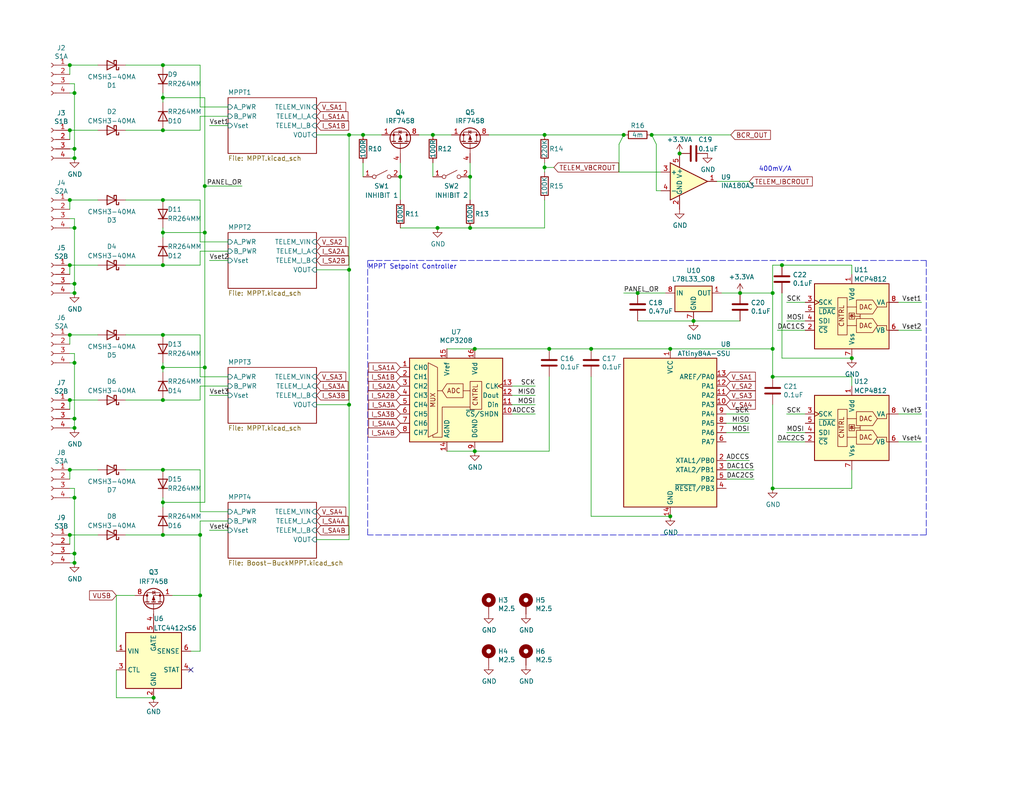
<source format=kicad_sch>
(kicad_sch (version 20211123) (generator eeschema)
  (paper "USLetter")
  (title_block (title "TJ Custom EPS") (rev "0.1") (company "TJHSST Nanosatellite Club") (comment 1 "Solar Conditioning Master Sheet") (comment 2 "Conditions solar power using MPPT tracking buck converters") (comment 3 "Reads telemetry from solar panels, and uses a microcontroller to tune MPPT") (comment 4 "Engineer: Alan Hsu"))
  (lib_symbols
    (symbol "Amplifier_Current:INA138" (pin_names (offset 0.127))
      (property "Reference" "U" (at 3.81 5.08 0))
      (property "Value" "INA138" (at 3.81 2.54 0))
      (symbol "INA138_0_1"
        (polyline (pts (xy -5.08 5.08) (xy 5.08 0) (xy -5.08 -5.08) (xy -5.08 5.08)) (stroke (width 0.254)) (fill (type background)))
      )
      (symbol "INA138_1_1"
        (pin output line (at 7.62 0 180) (length 2.54) (name "~") (number "1"))
        (pin power_in line (at -2.54 -7.62 90) (length 3.81) (name "GND") (number "2"))
        (pin input line (at -7.62 2.54 0) (length 2.54) (name "+") (number "3"))
        (pin input line (at -7.62 -2.54 0) (length 2.54) (name "-") (number "4"))
        (pin power_in line (at -2.54 7.62 270) (length 3.81) (name "V+") (number "5"))
      )
    )
    (symbol "Analog_ADC:MCP3208" (pin_names (offset 1.016))
      (property "Reference" "U" (at -5.08 13.335 0))
      (property "Value" "MCP3208" (at -5.08 11.43 0))
      (symbol "MCP3208_0_0"
        (text "ADC" (at -0.635 1.27 0) (effects (font (size 1.27 1.27))))
        (text "CNTRL" (at 5.969 -2.921 900) (effects (font (size 1.27 1.27)) (justify left bottom)))
        (text "MUX" (at -6.35 -1.27 900) (effects (font (size 1.27 1.27))))
      )
      (symbol "MCP3208_0_1"
        (polyline (pts (xy -3.81 1.27) (xy -5.08 1.27)))
        (polyline (pts (xy 1.905 1.27) (xy 3.81 1.27)))
        (polyline (pts (xy -7.62 8.89) (xy -7.62 -11.43) (xy -5.08 -10.16) (xy -5.08 7.62) (xy -7.62 8.89)))
        (polyline (pts (xy 3.81 -3.175) (xy -3.81 -3.175) (xy -3.81 -11.43) (xy -6.35 -11.43) (xy -6.35 -10.795)))
        (polyline (pts (xy 1.905 3.175) (xy 1.905 -0.635) (xy -2.54 -0.635) (xy -3.81 1.27) (xy -2.54 3.175) (xy 1.905 3.175)))
        (rectangle (start 3.81 -3.81) (end 6.985 3.81))
        (rectangle (start 12.7 -12.7) (end -12.7 10.16) (stroke (width 0.254)) (fill (type background)))
      )
      (symbol "MCP3208_1_1"
        (pin input line (at -15.24 7.62 0) (length 2.54) (name "CH0") (number "1"))
        (pin input line (at 15.24 -5.08 180) (length 2.54) (name "~{CS}/SHDN") (number "10"))
        (pin input line (at 15.24 -2.54 180) (length 2.54) (name "Din") (number "11"))
        (pin output line (at 15.24 0 180) (length 2.54) (name "Dout") (number "12"))
        (pin input clock (at 15.24 2.54 180) (length 2.54) (name "CLK") (number "13"))
        (pin power_in line (at -2.54 -15.24 90) (length 2.54) (name "AGND") (number "14"))
        (pin power_in line (at -2.54 12.7 270) (length 2.54) (name "Vref") (number "15"))
        (pin power_in line (at 5.08 12.7 270) (length 2.54) (name "Vdd") (number "16"))
        (pin input line (at -15.24 5.08 0) (length 2.54) (name "CH1") (number "2"))
        (pin input line (at -15.24 2.54 0) (length 2.54) (name "CH2") (number "3"))
        (pin input line (at -15.24 0 0) (length 2.54) (name "CH3") (number "4"))
        (pin input line (at -15.24 -2.54 0) (length 2.54) (name "CH4") (number "5"))
        (pin input line (at -15.24 -5.08 0) (length 2.54) (name "CH5") (number "6"))
        (pin input line (at -15.24 -7.62 0) (length 2.54) (name "CH6") (number "7"))
        (pin input line (at -15.24 -10.16 0) (length 2.54) (name "CH7") (number "8"))
        (pin power_in line (at 5.08 -15.24 90) (length 2.54) (name "DGND") (number "9"))
      )
    )
    (symbol "Analog_DAC:MCP4812" (pin_names (offset 1.016))
      (property "Reference" "U" (at -2.54 10.795 0))
      (property "Value" "MCP4812" (at -2.54 8.89 0))
      (symbol "MCP4812_0_0"
        (polyline (pts (xy 0 -1.778) (xy 0 -0.635)))
        (polyline (pts (xy 0.381 -0.889) (xy 0.508 -0.762)))
        (polyline (pts (xy 2.286 -1.143) (xy 2.286 -1.905)))
        (polyline (pts (xy 0.381 -0.889) (xy -0.381 -0.889) (xy -0.508 -1.016)))
        (polyline (pts (xy 0.762 -1.27) (xy 2.286 -1.27) (xy 2.286 -0.762)))
        (polyline (pts (xy 0 -0.889) (xy 0.508 -1.397) (xy -0.508 -1.397) (xy 0 -0.889)))
        (polyline (pts (xy 6.985 -3.81) (xy 9.525 -3.81) (xy 9.525 -5.08) (xy 10.16 -5.08)))
        (polyline (pts (xy 6.985 1.27) (xy 9.525 1.27) (xy 9.525 2.54) (xy 10.16 2.54)))
        (rectangle (start 0.762 -0.381) (end -0.762 -2.032))
        (text "CNTRL" (at -2.032 -4.191 900) (effects (font (size 1.27 1.27)) (justify left bottom)))
        (text "DAC" (at 3.81 -3.81 0) (effects (font (size 1.27 1.27))))
        (text "DAC" (at 3.81 1.27 0) (effects (font (size 1.27 1.27))))
      )
      (symbol "MCP4812_0_1"
        (rectangle (start -10.16 7.62) (end 10.16 -10.16) (stroke (width 0.254)) (fill (type background)))
        (rectangle (start -1.27 -6.35) (end -3.81 3.81))
        (polyline (pts (xy 1.27 -3.81) (xy -1.27 -3.81)))
        (polyline (pts (xy 1.27 1.27) (xy -1.27 1.27)))
        (polyline (pts (xy 6.985 -3.81) (xy 5.715 -1.905) (xy 1.27 -1.905) (xy 1.27 -5.715) (xy 5.715 -5.715) (xy 6.985 -3.81)))
        (polyline (pts (xy 6.985 1.27) (xy 5.715 3.175) (xy 1.27 3.175) (xy 1.27 -0.635) (xy 5.715 -0.635) (xy 6.985 1.27)))
      )
      (symbol "MCP4812_1_1"
        (pin power_in line (at 0 10.16 270) (length 2.54) (name "Vdd") (number "1"))
        (pin input line (at -12.7 -5.08 0) (length 2.54) (name "~{CS}") (number "2"))
        (pin input clock (at -12.7 2.54 0) (length 2.54) (name "SCK") (number "3"))
        (pin input line (at -12.7 -2.54 0) (length 2.54) (name "SDI") (number "4"))
        (pin input line (at -12.7 0 0) (length 2.54) (name "~{LDAC}") (number "5"))
        (pin output line (at 12.7 -5.08 180) (length 2.54) (name "VB") (number "6"))
        (pin power_in line (at 0 -12.7 90) (length 2.54) (name "Vss") (number "7"))
        (pin output line (at 12.7 2.54 180) (length 2.54) (name "VA") (number "8"))
      )
    )
    (symbol "Connector:Conn_01x04_Female" (pin_names (offset 1.016) hide)
      (property "Reference" "J" (at 0 5.08 0))
      (property "Value" "Conn_01x04_Female" (at 0 -7.62 0))
      (symbol "Conn_01x04_Female_1_1"
        (arc (start 0 -4.572) (mid -0.508 -5.08) (end 0 -5.588) (stroke (width 0.1524)))
        (arc (start 0 -2.032) (mid -0.508 -2.54) (end 0 -3.048) (stroke (width 0.1524)))
        (polyline (pts (xy -1.27 -5.08) (xy -0.508 -5.08)) (stroke (width 0.1524)))
        (polyline (pts (xy -1.27 -2.54) (xy -0.508 -2.54)) (stroke (width 0.1524)))
        (polyline (pts (xy -1.27 0) (xy -0.508 0)) (stroke (width 0.1524)))
        (polyline (pts (xy -1.27 2.54) (xy -0.508 2.54)) (stroke (width 0.1524)))
        (arc (start 0 0.508) (mid -0.508 0) (end 0 -0.508) (stroke (width 0.1524)))
        (arc (start 0 3.048) (mid -0.508 2.54) (end 0 2.032) (stroke (width 0.1524)))
        (pin passive line (at -5.08 2.54 0) (length 3.81) (name "Pin_1") (number "1"))
        (pin passive line (at -5.08 0 0) (length 3.81) (name "Pin_2") (number "2"))
        (pin passive line (at -5.08 -2.54 0) (length 3.81) (name "Pin_3") (number "3"))
        (pin passive line (at -5.08 -5.08 0) (length 3.81) (name "Pin_4") (number "4"))
      )
    )
    (symbol "Device:C" (pin_numbers hide) (pin_names (offset 0.254))
      (property "Reference" "C" (at 0.635 2.54 0))
      (property "Value" "C" (at 0.635 -2.54 0))
      (symbol "C_0_1"
        (polyline (pts (xy -2.032 -0.762) (xy 2.032 -0.762)) (stroke (width 0.508)))
        (polyline (pts (xy -2.032 0.762) (xy 2.032 0.762)) (stroke (width 0.508)))
      )
      (symbol "C_1_1"
        (pin passive line (at 0 3.81 270) (length 2.794) (name "~") (number "1"))
        (pin passive line (at 0 -3.81 90) (length 2.794) (name "~") (number "2"))
      )
    )
    (symbol "Device:D" (pin_numbers hide) (pin_names (offset 1.016) hide)
      (property "Reference" "D" (at 0 2.54 0))
      (property "Value" "D" (at 0 -2.54 0))
      (symbol "D_0_1"
        (polyline (pts (xy -1.27 1.27) (xy -1.27 -1.27)) (stroke (width 0.254)))
        (polyline (pts (xy 1.27 0) (xy -1.27 0)))
        (polyline (pts (xy 1.27 1.27) (xy 1.27 -1.27) (xy -1.27 0) (xy 1.27 1.27)) (stroke (width 0.254)))
      )
      (symbol "D_1_1"
        (pin passive line (at -3.81 0 0) (length 2.54) (name "K") (number "1"))
        (pin passive line (at 3.81 0 180) (length 2.54) (name "A") (number "2"))
      )
    )
    (symbol "Device:D_Schottky" (pin_numbers hide) (pin_names (offset 1.016) hide)
      (property "Reference" "D" (at 0 2.54 0))
      (property "Value" "D_Schottky" (at 0 -2.54 0))
      (symbol "D_Schottky_0_1"
        (polyline (pts (xy 1.27 0) (xy -1.27 0)))
        (polyline (pts (xy 1.27 1.27) (xy 1.27 -1.27) (xy -1.27 0) (xy 1.27 1.27)) (stroke (width 0.254)))
        (polyline (pts (xy -1.905 0.635) (xy -1.905 1.27) (xy -1.27 1.27) (xy -1.27 -1.27) (xy -0.635 -1.27) (xy -0.635 -0.635)) (stroke (width 0.254)))
      )
      (symbol "D_Schottky_1_1"
        (pin passive line (at -3.81 0 0) (length 2.54) (name "K") (number "1"))
        (pin passive line (at 3.81 0 180) (length 2.54) (name "A") (number "2"))
      )
    )
    (symbol "Device:R" (pin_numbers hide) (pin_names (offset 0))
      (property "Reference" "R" (at 2.032 0 90))
      (property "Value" "R" (at 0 0 90))
      (symbol "R_0_1"
        (rectangle (start -1.016 -2.54) (end 1.016 2.54) (stroke (width 0.254)))
      )
      (symbol "R_1_1"
        (pin passive line (at 0 3.81 270) (length 1.27) (name "~") (number "1"))
        (pin passive line (at 0 -3.81 90) (length 1.27) (name "~") (number "2"))
      )
    )
    (symbol "Mechanical:MountingHole_Pad" (pin_numbers hide) (pin_names (offset 1.016) hide)
      (property "Reference" "H" (at 0 6.35 0))
      (property "Value" "MountingHole_Pad" (at 0 4.445 0))
      (symbol "MountingHole_Pad_0_1"
        (circle (center 0 1.27) (radius 1.27) (stroke (width 1.27)))
      )
      (symbol "MountingHole_Pad_1_1"
        (pin input line (at 0 -2.54 90) (length 2.54) (name "1") (number "1"))
      )
    )
    (symbol "Power_Management:LTC4412xS6"
      (property "Reference" "U" (at -6.35 8.89 0))
      (property "Value" "LTC4412xS6" (at 6.35 8.89 0))
      (symbol "LTC4412xS6_0_1"
        (rectangle (start -7.62 7.62) (end 7.62 -7.62) (stroke (width 0.254)) (fill (type background)))
      )
      (symbol "LTC4412xS6_1_1"
        (pin power_in line (at -10.16 2.54 0) (length 2.54) (name "VIN") (number "1"))
        (pin power_in line (at 0 -10.16 90) (length 2.54) (name "GND") (number "2"))
        (pin input line (at -10.16 -2.54 0) (length 2.54) (name "CTL") (number "3"))
        (pin open_collector line (at 10.16 -2.54 180) (length 2.54) (name "STAT") (number "4"))
        (pin output line (at 0 10.16 270) (length 2.54) (name "GATE") (number "5"))
        (pin input line (at 10.16 2.54 180) (length 2.54) (name "SENSE") (number "6"))
      )
    )
    (symbol "Regulator_Linear:L78L33_SO8" (pin_names (offset 0.254))
      (property "Reference" "U" (at -3.81 3.175 0))
      (property "Value" "L78L33_SO8" (at 0 3.175 0))
      (symbol "L78L33_SO8_0_1"
        (rectangle (start -5.08 1.905) (end 5.08 -5.08) (stroke (width 0.254)) (fill (type background)))
      )
      (symbol "L78L33_SO8_1_1"
        (pin power_out line (at 7.62 0 180) (length 2.54) (name "OUT") (number "1"))
        (pin passive line (at 0 -7.62 90) (length 2.54) hide (name "GND") (number "2"))
        (pin passive line (at 0 -7.62 90) (length 2.54) hide (name "GND") (number "3"))
        (pin no_connect line (at -5.08 -2.54 0) (length 2.54) hide (name "NC") (number "4"))
        (pin no_connect line (at 5.08 -2.54 180) (length 2.54) hide (name "NC") (number "5"))
        (pin passive line (at 0 -7.62 90) (length 2.54) hide (name "GND") (number "6"))
        (pin power_in line (at 0 -7.62 90) (length 2.54) (name "GND") (number "7"))
        (pin power_in line (at -7.62 0 0) (length 2.54) (name "IN") (number "8"))
      )
    )
    (symbol "Switch:SW_SPST" (pin_names (offset 0) hide)
      (property "Reference" "SW" (at 0 3.175 0))
      (property "Value" "SW_SPST" (at 0 -2.54 0))
      (symbol "SW_SPST_0_0"
        (circle (center -2.032 0) (radius 0.508))
        (polyline (pts (xy -1.524 0.254) (xy 1.524 1.778)))
        (circle (center 2.032 0) (radius 0.508))
      )
      (symbol "SW_SPST_1_1"
        (pin passive line (at -5.08 0 0) (length 2.54) (name "A") (number "1"))
        (pin passive line (at 5.08 0 180) (length 2.54) (name "B") (number "2"))
      )
    )
    (symbol "TJ-EPS-rescue:ATtiny84A-SSU-MCU_Microchip_ATtiny"
      (property "Reference" "U" (at -12.7 21.59 0))
      (property "Value" "ATtiny84A-SSU-MCU_Microchip_ATtiny" (at 2.54 -21.59 0))
      (symbol "ATtiny84A-SSU-MCU_Microchip_ATtiny_0_1"
        (rectangle (start -12.7 -20.32) (end 12.7 20.32) (stroke (width 0.254)) (fill (type background)))
      )
      (symbol "ATtiny84A-SSU-MCU_Microchip_ATtiny_1_1"
        (pin power_in line (at 0 22.86 270) (length 2.54) (name "VCC") (number "1"))
        (pin bidirectional line (at 15.24 7.62 180) (length 2.54) (name "PA3") (number "10"))
        (pin bidirectional line (at 15.24 10.16 180) (length 2.54) (name "PA2") (number "11"))
        (pin bidirectional line (at 15.24 12.7 180) (length 2.54) (name "PA1") (number "12"))
        (pin bidirectional line (at 15.24 15.24 180) (length 2.54) (name "AREF/PA0") (number "13"))
        (pin power_in line (at 0 -22.86 90) (length 2.54) (name "GND") (number "14"))
        (pin bidirectional line (at 15.24 -7.62 180) (length 2.54) (name "XTAL1/PB0") (number "2"))
        (pin bidirectional line (at 15.24 -10.16 180) (length 2.54) (name "XTAL2/PB1") (number "3"))
        (pin bidirectional line (at 15.24 -15.24 180) (length 2.54) (name "~{RESET}/PB3") (number "4"))
        (pin bidirectional line (at 15.24 -12.7 180) (length 2.54) (name "PB2") (number "5"))
        (pin bidirectional line (at 15.24 -2.54 180) (length 2.54) (name "PA7") (number "6"))
        (pin bidirectional line (at 15.24 0 180) (length 2.54) (name "PA6") (number "7"))
        (pin bidirectional line (at 15.24 2.54 180) (length 2.54) (name "PA5") (number "8"))
        (pin bidirectional line (at 15.24 5.08 180) (length 2.54) (name "PA4") (number "9"))
      )
    )
    (symbol "Transistor_FET:IRF7404" (pin_names hide)
      (property "Reference" "Q" (at 5.08 1.905 0))
      (property "Value" "IRF7404" (at 5.08 0 0))
      (symbol "IRF7404_0_1"
        (polyline (pts (xy 0.254 0) (xy -2.54 0)))
        (polyline (pts (xy 0.254 1.905) (xy 0.254 -1.905)) (stroke (width 0.254)))
        (polyline (pts (xy 0.762 -1.27) (xy 0.762 -2.286)) (stroke (width 0.254)))
        (polyline (pts (xy 0.762 0.508) (xy 0.762 -0.508)) (stroke (width 0.254)))
        (polyline (pts (xy 0.762 2.286) (xy 0.762 1.27)) (stroke (width 0.254)))
        (polyline (pts (xy 2.54 2.54) (xy 2.54 1.778)))
        (polyline (pts (xy 2.54 -2.54) (xy 2.54 0) (xy 0.762 0)))
        (polyline (pts (xy 0.762 1.778) (xy 3.302 1.778) (xy 3.302 -1.778) (xy 0.762 -1.778)))
        (polyline (pts (xy 2.286 0) (xy 1.27 0.381) (xy 1.27 -0.381) (xy 2.286 0)) (fill (type outline)))
        (polyline (pts (xy 2.794 -0.508) (xy 2.921 -0.381) (xy 3.683 -0.381) (xy 3.81 -0.254)))
        (polyline (pts (xy 3.302 -0.381) (xy 2.921 0.254) (xy 3.683 0.254) (xy 3.302 -0.381)))
        (circle (center 1.651 0) (radius 2.794) (stroke (width 0.254)))
        (circle (center 2.54 -1.778) (radius 0.254) (fill (type outline)))
        (circle (center 2.54 1.778) (radius 0.254) (fill (type outline)))
      )
      (symbol "IRF7404_1_1"
        (pin passive line (at 2.54 -5.08 90) (length 2.54) (name "S") (number "1"))
        (pin passive line (at 2.54 -5.08 90) (length 2.54) hide (name "S") (number "2"))
        (pin passive line (at 2.54 -5.08 90) (length 2.54) hide (name "S") (number "3"))
        (pin passive line (at -5.08 0 0) (length 2.54) (name "G") (number "4"))
        (pin passive line (at 2.54 5.08 270) (length 2.54) hide (name "D") (number "5"))
        (pin passive line (at 2.54 5.08 270) (length 2.54) hide (name "D") (number "6"))
        (pin passive line (at 2.54 5.08 270) (length 2.54) hide (name "D") (number "7"))
        (pin passive line (at 2.54 5.08 270) (length 2.54) (name "D") (number "8"))
      )
    )
    (symbol "power:+3.3VA" (power) (pin_names (offset 0))
      (property "Value" "+3.3VA" (at 0 3.556 0))
      (symbol "+3.3VA_0_1"
        (polyline (pts (xy -0.762 1.27) (xy 0 2.54)))
        (polyline (pts (xy 0 0) (xy 0 2.54)))
        (polyline (pts (xy 0 2.54) (xy 0.762 1.27)))
      )
      (symbol "+3.3VA_1_1"
        (pin power_in line (at 0 0 90) (length 0) hide (name "+3.3VA") (number "1"))
      )
    )
    (symbol "power:GND" (power) (pin_names (offset 0))
      (property "Value" "GND" (at 0 -3.81 0))
      (symbol "GND_0_1"
        (polyline (pts (xy 0 0) (xy 0 -1.27) (xy 1.27 -1.27) (xy 0 -2.54) (xy -1.27 -1.27) (xy 0 -1.27)))
      )
      (symbol "GND_1_1"
        (pin power_in line (at 0 0 270) (length 0) hide (name "GND") (number "1"))
      )
    )
  )
  (junction (at 148.59 36.83))
  (junction (at 182.88 95.25))
  (junction (at 149.86 95.25))
  (junction (at 109.22 48.26))
  (junction (at 41.91 190.5))
  (junction (at 20.32 151.13))
  (junction (at 44.45 100.33))
  (junction (at 44.45 128.27))
  (junction (at 170.18 36.83))
  (junction (at 95.25 36.83))
  (junction (at 44.45 35.56))
  (junction (at 19.05 17.78))
  (junction (at 44.45 91.44))
  (junction (at 20.32 99.06))
  (junction (at 20.32 43.18))
  (junction (at 44.45 146.05))
  (junction (at 210.82 95.25))
  (junction (at 119.38 62.23))
  (junction (at 44.45 137.16))
  (junction (at 177.8 36.83))
  (junction (at 128.27 48.26))
  (junction (at 161.29 95.25))
  (junction (at 19.05 54.61))
  (junction (at 20.32 80.01))
  (junction (at 232.41 97.79))
  (junction (at 189.23 87.63))
  (junction (at 210.82 102.87))
  (junction (at 44.45 26.67))
  (junction (at 44.45 72.39))
  (junction (at 19.05 35.56))
  (junction (at 182.88 140.97))
  (junction (at 129.54 95.25))
  (junction (at 20.32 153.67))
  (junction (at 99.06 36.83))
  (junction (at 55.88 50.8))
  (junction (at 20.32 77.47))
  (junction (at 185.42 41.91))
  (junction (at 19.05 128.27))
  (junction (at 20.32 62.23))
  (junction (at 55.88 100.33))
  (junction (at 210.82 80.01))
  (junction (at 129.54 123.19))
  (junction (at 213.36 72.39))
  (junction (at 201.93 80.01))
  (junction (at 19.05 109.22))
  (junction (at 118.11 36.83))
  (junction (at 20.32 114.3))
  (junction (at 20.32 40.64))
  (junction (at 210.82 133.35))
  (junction (at 19.05 72.39))
  (junction (at 128.27 62.23))
  (junction (at 148.59 45.72))
  (junction (at 20.32 116.84))
  (junction (at 95.25 110.49))
  (junction (at 95.25 73.66))
  (junction (at 55.88 63.5))
  (junction (at 44.45 17.78))
  (junction (at 54.61 146.05))
  (junction (at 44.45 63.5))
  (junction (at 173.99 80.01))
  (junction (at 44.45 54.61))
  (junction (at 19.05 91.44))
  (junction (at 44.45 109.22))
  (junction (at 19.05 146.05))
  (junction (at 20.32 25.4))
  (junction (at 20.32 135.89))
  (junction (at 54.61 162.56))
  (no_connect (at 52.07 182.88))
  (wire (pts (xy 210.82 102.87) (xy 232.41 102.87)))
  (wire (pts (xy 95.25 36.83) (xy 95.25 73.66)))
  (wire (pts (xy 31.75 182.88) (xy 31.75 190.5)))
  (wire (pts (xy 213.36 80.01) (xy 213.36 97.79)))
  (wire (pts (xy 44.45 72.39) (xy 54.61 72.39)))
  (wire (pts (xy 19.05 135.89) (xy 20.32 135.89)))
  (wire (pts (xy 20.32 114.3) (xy 20.32 116.84)))
  (wire (pts (xy 44.45 62.23) (xy 44.45 63.5)))
  (wire (pts (xy 161.29 95.25) (xy 149.86 95.25)))
  (polyline (pts (xy 252.73 71.12) (xy 252.73 146.05)))
  (wire (pts (xy 44.45 91.44) (xy 54.61 91.44)))
  (wire (pts (xy 54.61 105.41) (xy 62.23 105.41)))
  (wire (pts (xy 54.61 142.24) (xy 54.61 146.05)))
  (wire (pts (xy 55.88 100.33) (xy 55.88 137.16)))
  (wire (pts (xy 99.06 36.83) (xy 104.14 36.83)))
  (wire (pts (xy 46.99 162.56) (xy 54.61 162.56)))
  (wire (pts (xy 55.88 50.8) (xy 55.88 63.5)))
  (wire (pts (xy 34.29 109.22) (xy 44.45 109.22)))
  (wire (pts (xy 54.61 68.58) (xy 62.23 68.58)))
  (wire (pts (xy 19.05 72.39) (xy 26.67 72.39)))
  (wire (pts (xy 95.25 73.66) (xy 95.25 110.49)))
  (wire (pts (xy 151.13 45.72) (xy 148.59 45.72)))
  (wire (pts (xy 189.23 87.63) (xy 173.99 87.63)))
  (wire (pts (xy 31.75 177.8) (xy 31.75 162.56)))
  (wire (pts (xy 44.45 63.5) (xy 44.45 64.77)))
  (wire (pts (xy 44.45 99.06) (xy 44.45 100.33)))
  (wire (pts (xy 232.41 105.41) (xy 232.41 102.87)))
  (wire (pts (xy 20.32 135.89) (xy 20.32 133.35)))
  (wire (pts (xy 213.36 72.39) (xy 232.41 72.39)))
  (wire (pts (xy 219.71 87.63) (xy 214.63 87.63)))
  (wire (pts (xy 201.93 80.01) (xy 210.82 80.01)))
  (wire (pts (xy 86.36 147.32) (xy 95.25 147.32)))
  (wire (pts (xy 86.36 73.66) (xy 95.25 73.66)))
  (wire (pts (xy 232.41 133.35) (xy 232.41 128.27)))
  (wire (pts (xy 55.88 50.8) (xy 66.04 50.8)))
  (wire (pts (xy 54.61 177.8) (xy 54.61 162.56)))
  (wire (pts (xy 148.59 44.45) (xy 148.59 45.72)))
  (wire (pts (xy 149.86 102.87) (xy 149.86 123.19)))
  (polyline (pts (xy 100.33 71.12) (xy 252.73 71.12)))
  (wire (pts (xy 19.05 35.56) (xy 26.67 35.56)))
  (wire (pts (xy 52.07 177.8) (xy 54.61 177.8)))
  (wire (pts (xy 19.05 151.13) (xy 20.32 151.13)))
  (wire (pts (xy 54.61 146.05) (xy 54.61 162.56)))
  (wire (pts (xy 128.27 62.23) (xy 148.59 62.23)))
  (wire (pts (xy 210.82 72.39) (xy 213.36 72.39)))
  (wire (pts (xy 177.8 36.83) (xy 199.39 36.83)))
  (wire (pts (xy 251.46 82.55) (xy 245.11 82.55)))
  (wire (pts (xy 44.45 135.89) (xy 44.45 137.16)))
  (wire (pts (xy 20.32 80.01) (xy 19.05 80.01)))
  (wire (pts (xy 139.7 105.41) (xy 146.05 105.41)))
  (wire (pts (xy 139.7 110.49) (xy 146.05 110.49)))
  (wire (pts (xy 19.05 54.61) (xy 19.05 57.15)))
  (wire (pts (xy 149.86 123.19) (xy 129.54 123.19)))
  (wire (pts (xy 114.3 36.83) (xy 118.11 36.83)))
  (wire (pts (xy 19.05 109.22) (xy 26.67 109.22)))
  (wire (pts (xy 95.25 36.83) (xy 99.06 36.83)))
  (wire (pts (xy 148.59 36.83) (xy 133.35 36.83)))
  (wire (pts (xy 182.88 95.25) (xy 161.29 95.25)))
  (wire (pts (xy 95.25 110.49) (xy 95.25 147.32)))
  (wire (pts (xy 168.91 46.99) (xy 180.34 46.99)))
  (wire (pts (xy 129.54 95.25) (xy 121.92 95.25)))
  (wire (pts (xy 20.32 99.06) (xy 20.32 96.52)))
  (wire (pts (xy 118.11 44.45) (xy 118.11 48.26)))
  (wire (pts (xy 128.27 44.45) (xy 128.27 48.26)))
  (wire (pts (xy 44.45 63.5) (xy 55.88 63.5)))
  (wire (pts (xy 173.99 80.01) (xy 181.61 80.01)))
  (wire (pts (xy 34.29 17.78) (xy 44.45 17.78)))
  (wire (pts (xy 198.12 130.81) (xy 205.74 130.81)))
  (wire (pts (xy 57.15 144.78) (xy 62.23 144.78)))
  (wire (pts (xy 44.45 100.33) (xy 44.45 101.6)))
  (wire (pts (xy 198.12 128.27) (xy 205.74 128.27)))
  (wire (pts (xy 245.11 90.17) (xy 251.46 90.17)))
  (wire (pts (xy 44.45 146.05) (xy 54.61 146.05)))
  (wire (pts (xy 34.29 128.27) (xy 44.45 128.27)))
  (wire (pts (xy 54.61 54.61) (xy 54.61 66.04)))
  (wire (pts (xy 19.05 17.78) (xy 26.67 17.78)))
  (wire (pts (xy 19.05 148.59) (xy 19.05 146.05)))
  (wire (pts (xy 20.32 62.23) (xy 20.32 59.69)))
  (wire (pts (xy 19.05 17.78) (xy 19.05 20.32)))
  (wire (pts (xy 57.15 71.12) (xy 62.23 71.12)))
  (wire (pts (xy 19.05 109.22) (xy 19.05 111.76)))
  (wire (pts (xy 20.32 25.4) (xy 20.32 22.86)))
  (wire (pts (xy 148.59 62.23) (xy 148.59 54.61)))
  (wire (pts (xy 54.61 139.7) (xy 62.23 139.7)))
  (wire (pts (xy 201.93 80.01) (xy 196.85 80.01)))
  (wire (pts (xy 19.05 35.56) (xy 19.05 38.1)))
  (wire (pts (xy 170.18 36.83) (xy 168.91 39.37)))
  (wire (pts (xy 54.61 91.44) (xy 54.61 102.87)))
  (wire (pts (xy 148.59 45.72) (xy 148.59 46.99)))
  (wire (pts (xy 19.05 54.61) (xy 26.67 54.61)))
  (wire (pts (xy 212.09 90.17) (xy 219.71 90.17)))
  (wire (pts (xy 54.61 31.75) (xy 62.23 31.75)))
  (wire (pts (xy 44.45 54.61) (xy 54.61 54.61)))
  (wire (pts (xy 20.32 114.3) (xy 20.32 99.06)))
  (wire (pts (xy 210.82 95.25) (xy 210.82 102.87)))
  (wire (pts (xy 54.61 109.22) (xy 54.61 105.41)))
  (wire (pts (xy 198.12 115.57) (xy 204.47 115.57)))
  (wire (pts (xy 19.05 77.47) (xy 20.32 77.47)))
  (wire (pts (xy 34.29 54.61) (xy 44.45 54.61)))
  (wire (pts (xy 44.45 137.16) (xy 55.88 137.16)))
  (wire (pts (xy 44.45 35.56) (xy 54.61 35.56)))
  (wire (pts (xy 198.12 118.11) (xy 204.47 118.11)))
  (wire (pts (xy 54.61 72.39) (xy 54.61 68.58)))
  (wire (pts (xy 20.32 135.89) (xy 20.32 151.13)))
  (wire (pts (xy 31.75 190.5) (xy 41.91 190.5)))
  (wire (pts (xy 20.32 133.35) (xy 19.05 133.35)))
  (wire (pts (xy 19.05 91.44) (xy 26.67 91.44)))
  (wire (pts (xy 210.82 110.49) (xy 210.82 133.35)))
  (wire (pts (xy 161.29 102.87) (xy 161.29 140.97)))
  (wire (pts (xy 179.07 52.07) (xy 180.34 52.07)))
  (wire (pts (xy 19.05 62.23) (xy 20.32 62.23)))
  (wire (pts (xy 251.46 113.03) (xy 245.11 113.03)))
  (wire (pts (xy 19.05 99.06) (xy 20.32 99.06)))
  (wire (pts (xy 109.22 62.23) (xy 119.38 62.23)))
  (wire (pts (xy 31.75 162.56) (xy 36.83 162.56)))
  (wire (pts (xy 55.88 63.5) (xy 55.88 100.33)))
  (wire (pts (xy 54.61 29.21) (xy 54.61 17.78)))
  (wire (pts (xy 54.61 102.87) (xy 62.23 102.87)))
  (wire (pts (xy 34.29 72.39) (xy 44.45 72.39)))
  (wire (pts (xy 19.05 72.39) (xy 19.05 74.93)))
  (wire (pts (xy 20.32 77.47) (xy 20.32 62.23)))
  (wire (pts (xy 168.91 39.37) (xy 168.91 46.99)))
  (wire (pts (xy 19.05 130.81) (xy 19.05 128.27)))
  (wire (pts (xy 245.11 120.65) (xy 251.46 120.65)))
  (wire (pts (xy 195.58 49.53) (xy 204.47 49.53)))
  (wire (pts (xy 139.7 107.95) (xy 146.05 107.95)))
  (wire (pts (xy 44.45 26.67) (xy 55.88 26.67)))
  (wire (pts (xy 179.07 39.37) (xy 177.8 36.83)))
  (wire (pts (xy 20.32 40.64) (xy 19.05 40.64)))
  (wire (pts (xy 54.61 66.04) (xy 62.23 66.04)))
  (wire (pts (xy 54.61 128.27) (xy 54.61 139.7)))
  (wire (pts (xy 44.45 17.78) (xy 54.61 17.78)))
  (wire (pts (xy 19.05 43.18) (xy 20.32 43.18)))
  (wire (pts (xy 128.27 48.26) (xy 128.27 54.61)))
  (polyline (pts (xy 100.33 146.05) (xy 100.33 71.12)))
  (wire (pts (xy 109.22 48.26) (xy 109.22 44.45)))
  (wire (pts (xy 20.32 151.13) (xy 20.32 153.67)))
  (wire (pts (xy 44.45 137.16) (xy 44.45 138.43)))
  (wire (pts (xy 219.71 118.11) (xy 214.63 118.11)))
  (polyline (pts (xy 252.73 146.05) (xy 100.33 146.05)))
  (wire (pts (xy 19.05 114.3) (xy 20.32 114.3)))
  (wire (pts (xy 19.05 25.4) (xy 20.32 25.4)))
  (wire (pts (xy 179.07 39.37) (xy 179.07 52.07)))
  (wire (pts (xy 118.11 36.83) (xy 123.19 36.83)))
  (wire (pts (xy 86.36 110.49) (xy 95.25 110.49)))
  (wire (pts (xy 34.29 91.44) (xy 44.45 91.44)))
  (wire (pts (xy 109.22 54.61) (xy 109.22 48.26)))
  (wire (pts (xy 219.71 82.55) (xy 214.63 82.55)))
  (wire (pts (xy 57.15 107.95) (xy 62.23 107.95)))
  (wire (pts (xy 44.45 26.67) (xy 44.45 27.94)))
  (wire (pts (xy 54.61 35.56) (xy 54.61 31.75)))
  (wire (pts (xy 20.32 22.86) (xy 19.05 22.86)))
  (wire (pts (xy 19.05 128.27) (xy 26.67 128.27)))
  (wire (pts (xy 20.32 77.47) (xy 20.32 80.01)))
  (wire (pts (xy 161.29 140.97) (xy 182.88 140.97)))
  (wire (pts (xy 34.29 146.05) (xy 44.45 146.05)))
  (wire (pts (xy 201.93 87.63) (xy 189.23 87.63)))
  (wire (pts (xy 232.41 72.39) (xy 232.41 74.93)))
  (wire (pts (xy 99.06 44.45) (xy 99.06 48.26)))
  (wire (pts (xy 54.61 142.24) (xy 62.23 142.24)))
  (wire (pts (xy 44.45 128.27) (xy 54.61 128.27)))
  (wire (pts (xy 44.45 109.22) (xy 54.61 109.22)))
  (wire (pts (xy 219.71 113.03) (xy 214.63 113.03)))
  (wire (pts (xy 139.7 113.03) (xy 146.05 113.03)))
  (wire (pts (xy 210.82 133.35) (xy 232.41 133.35)))
  (wire (pts (xy 20.32 153.67) (xy 19.05 153.67)))
  (wire (pts (xy 210.82 95.25) (xy 182.88 95.25)))
  (wire (pts (xy 86.36 36.83) (xy 95.25 36.83)))
  (wire (pts (xy 44.45 100.33) (xy 55.88 100.33)))
  (wire (pts (xy 198.12 113.03) (xy 204.47 113.03)))
  (wire (pts (xy 44.45 25.4) (xy 44.45 26.67)))
  (wire (pts (xy 20.32 96.52) (xy 19.05 96.52)))
  (wire (pts (xy 212.09 120.65) (xy 219.71 120.65)))
  (wire (pts (xy 20.32 116.84) (xy 19.05 116.84)))
  (wire (pts (xy 119.38 62.23) (xy 128.27 62.23)))
  (wire (pts (xy 55.88 26.67) (xy 55.88 50.8)))
  (wire (pts (xy 148.59 36.83) (xy 170.18 36.83)))
  (wire (pts (xy 213.36 97.79) (xy 232.41 97.79)))
  (wire (pts (xy 20.32 40.64) (xy 20.32 25.4)))
  (wire (pts (xy 34.29 35.56) (xy 44.45 35.56)))
  (wire (pts (xy 121.92 123.19) (xy 129.54 123.19)))
  (wire (pts (xy 57.15 34.29) (xy 62.23 34.29)))
  (wire (pts (xy 170.18 80.01) (xy 173.99 80.01)))
  (wire (pts (xy 210.82 80.01) (xy 210.82 95.25)))
  (wire (pts (xy 19.05 146.05) (xy 26.67 146.05)))
  (wire (pts (xy 198.12 125.73) (xy 204.47 125.73)))
  (wire (pts (xy 19.05 91.44) (xy 19.05 93.98)))
  (wire (pts (xy 20.32 59.69) (xy 19.05 59.69)))
  (wire (pts (xy 62.23 29.21) (xy 54.61 29.21)))
  (wire (pts (xy 210.82 72.39) (xy 210.82 80.01)))
  (wire (pts (xy 149.86 95.25) (xy 129.54 95.25)))
  (wire (pts (xy 20.32 40.64) (xy 20.32 43.18)))
  (text "MPPT Setpoint Controller" (at 100.33 73.66 0) (effects (font (size 1.27 1.27)) (justify left bottom)))
  (text "400mV/A" (at 207.01 46.99 0) (effects (font (size 1.27 1.27)) (justify left bottom)))
  (label "MOSI" (at 214.63 118.11 0))
  (label "ADCCS" (at 204.47 125.73 180))
  (label "Vset3" (at 57.15 107.95 0))
  (label "MISO" (at 204.47 115.57 180))
  (label "DAC1CS" (at 212.09 90.17 0))
  (label "PANEL_OR" (at 66.04 50.8 180))
  (label "SCK" (at 204.47 113.03 180))
  (label "MISO" (at 146.05 107.95 180))
  (label "PANEL_OR" (at 170.18 80.01 0))
  (label "Vset1" (at 57.15 34.29 0))
  (label "DAC2CS" (at 205.74 130.81 180))
  (label "Vset3" (at 251.46 113.03 180))
  (label "MOSI" (at 214.63 87.63 0))
  (label "SCK" (at 146.05 105.41 180))
  (label "Vset1" (at 251.46 82.55 180))
  (label "Vset4" (at 57.15 144.78 0))
  (label "Vset2" (at 57.15 71.12 0))
  (label "Vset4" (at 251.46 120.65 180))
  (label "MOSI" (at 204.47 118.11 180))
  (label "Vset2" (at 251.46 90.17 180))
  (label "ADCCS" (at 146.05 113.03 180))
  (label "SCK" (at 214.63 82.55 0))
  (label "SCK" (at 214.63 113.03 0))
  (label "DAC2CS" (at 212.09 120.65 0))
  (label "MOSI" (at 146.05 110.49 180))
  (label "DAC1CS" (at 205.74 128.27 180))
  (global_label "V_SA2" (shape input) (at 198.12 105.41 0) (property "Intersheet References" "${INTERSHEET_REFS}" (effects hide)))
  (global_label "V_SA3" (shape input) (at 86.36 102.87 0) (property "Intersheet References" "${INTERSHEET_REFS}" (effects hide)))
  (global_label "I_SA4A" (shape input) (at 86.36 142.24 0) (property "Intersheet References" "${INTERSHEET_REFS}" (effects hide)))
  (global_label "I_SA4B" (shape input) (at 109.22 118.11 180) (property "Intersheet References" "${INTERSHEET_REFS}" (effects hide)))
  (global_label "I_SA3A" (shape input) (at 86.36 105.41 0) (property "Intersheet References" "${INTERSHEET_REFS}" (effects hide)))
  (global_label "V_SA4" (shape input) (at 86.36 139.7 0) (property "Intersheet References" "${INTERSHEET_REFS}" (effects hide)))
  (global_label "BCR_OUT" (shape input) (at 199.39 36.83 0) (property "Intersheet References" "${INTERSHEET_REFS}" (effects hide)))
  (global_label "I_SA1B" (shape input) (at 109.22 102.87 180) (property "Intersheet References" "${INTERSHEET_REFS}" (effects hide)))
  (global_label "V_SA1" (shape input) (at 86.36 29.21 0) (property "Intersheet References" "${INTERSHEET_REFS}" (effects hide)))
  (global_label "I_SA2A" (shape input) (at 109.22 105.41 180) (property "Intersheet References" "${INTERSHEET_REFS}" (effects hide)))
  (global_label "I_SA2B" (shape input) (at 109.22 107.95 180) (property "Intersheet References" "${INTERSHEET_REFS}" (effects hide)))
  (global_label "V_SA2" (shape input) (at 86.36 66.04 0) (property "Intersheet References" "${INTERSHEET_REFS}" (effects hide)))
  (global_label "V_SA1" (shape input) (at 198.12 102.87 0) (property "Intersheet References" "${INTERSHEET_REFS}" (effects hide)))
  (global_label "I_SA4B" (shape input) (at 86.36 144.78 0) (property "Intersheet References" "${INTERSHEET_REFS}" (effects hide)))
  (global_label "I_SA3B" (shape input) (at 109.22 113.03 180) (property "Intersheet References" "${INTERSHEET_REFS}" (effects hide)))
  (global_label "I_SA1A" (shape input) (at 86.36 31.75 0) (property "Intersheet References" "${INTERSHEET_REFS}" (effects hide)))
  (global_label "V_SA3" (shape input) (at 198.12 107.95 0) (property "Intersheet References" "${INTERSHEET_REFS}" (effects hide)))
  (global_label "I_SA3A" (shape input) (at 109.22 110.49 180) (property "Intersheet References" "${INTERSHEET_REFS}" (effects hide)))
  (global_label "I_SA3B" (shape input) (at 86.36 107.95 0) (property "Intersheet References" "${INTERSHEET_REFS}" (effects hide)))
  (global_label "I_SA2B" (shape input) (at 86.36 71.12 0) (property "Intersheet References" "${INTERSHEET_REFS}" (effects hide)))
  (global_label "I_SA4A" (shape input) (at 109.22 115.57 180) (property "Intersheet References" "${INTERSHEET_REFS}" (effects hide)))
  (global_label "TELEM_VBCROUT" (shape input) (at 151.13 45.72 0) (property "Intersheet References" "${INTERSHEET_REFS}" (effects hide)))
  (global_label "VUSB" (shape input) (at 31.75 162.56 180) (property "Intersheet References" "${INTERSHEET_REFS}" (effects hide)))
  (global_label "TELEM_IBCROUT" (shape input) (at 204.47 49.53 0) (property "Intersheet References" "${INTERSHEET_REFS}" (effects hide)))
  (global_label "I_SA1B" (shape input) (at 86.36 34.29 0) (property "Intersheet References" "${INTERSHEET_REFS}" (effects hide)))
  (global_label "I_SA1A" (shape input) (at 109.22 100.33 180) (property "Intersheet References" "${INTERSHEET_REFS}" (effects hide)))
  (global_label "V_SA4" (shape input) (at 198.12 110.49 0) (property "Intersheet References" "${INTERSHEET_REFS}" (effects hide)))
  (global_label "I_SA2A" (shape input) (at 86.36 68.58 0) (property "Intersheet References" "${INTERSHEET_REFS}" (effects hide)))
  (symbol (lib_id "power:GND") (at 20.32 43.18 0) (unit 1)
    (property "Reference" "#PWR031" (effects hide))
    (property "Value" "GND" (at 20.447 47.5742 0))
  )
  (symbol (lib_id "Device:R") (at 148.59 40.64 0) (unit 1)
    (property "Reference" "R14" (at 149.86 40.64 0) (effects (justify left)))
    (property "Value" "220K" (at 148.59 43.18 90) (effects (justify left)))
    (property "Footprint" "Resistor_SMD:R_0805_2012Metric" (effects hide))
  )
  (symbol (lib_id "Device:R") (at 148.59 50.8 0) (unit 1)
    (property "Reference" "R15" (at 149.86 50.8 0) (effects (justify left)))
    (property "Value" "100K" (at 148.59 53.34 90) (effects (justify left)))
    (property "Footprint" "Resistor_SMD:R_0805_2012Metric" (effects hide))
  )
  (symbol (lib_id "power:GND") (at 119.38 62.23 0) (unit 1)
    (property "Reference" "#PWR036" (effects hide))
    (property "Value" "GND" (at 119.507 66.6242 0))
  )
  (symbol (lib_id "Transistor_FET:IRF7404") (at 109.22 39.37 270) (mirror x) (unit 1)
    (property "Reference" "Q4" (at 109.22 30.6832 90))
    (property "Value" "IRF7458" (at 109.22 32.9946 90))
    (property "Footprint" "Package_SO:SOIC-8_3.9x4.9mm_P1.27mm" (effects hide))
    (property "Datasheet" "http://www.infineon.com/dgdl/irf7404.pdf?fileId=5546d462533600a4015355fa2b5b1b9e" (effects hide))
  )
  (symbol (lib_id "Device:R") (at 109.22 58.42 0) (unit 1)
    (property "Reference" "R11" (at 110.49 58.42 0) (effects (justify left)))
    (property "Value" "100K" (at 109.22 58.42 90))
    (property "Footprint" "Resistor_SMD:R_0805_2012Metric" (effects hide))
  )
  (symbol (lib_id "Switch:SW_SPST") (at 104.14 48.26 0) (unit 1)
    (property "Reference" "SW1" (at 104.14 50.8 0))
    (property "Value" "INHIBIT 1" (at 104.14 53.34 0))
    (property "Footprint" "Connector_Hirose:Hirose_DF13-02P-1.25DSA_1x02_P1.25mm_Vertical" (effects hide))
  )
  (symbol (lib_id "Device:R") (at 99.06 40.64 0) (unit 1)
    (property "Reference" "R10" (at 100.33 40.64 0) (effects (justify left)))
    (property "Value" "100R" (at 99.06 40.64 90))
    (property "Footprint" "Resistor_SMD:R_0805_2012Metric" (effects hide))
  )
  (symbol (lib_id "Analog_DAC:MCP4812") (at 232.41 115.57 0) (unit 1)
    (property "Reference" "U12" (at 234.95 104.14 0))
    (property "Value" "MCP4812" (at 237.49 106.68 0))
    (property "Footprint" "Package_SO:MSOP-8_3x3mm_P0.65mm" (effects hide))
    (property "Datasheet" "http://ww1.microchip.com/downloads/en/DeviceDoc/20002249B.pdf" (effects hide))
  )
  (symbol (lib_id "Analog_DAC:MCP4812") (at 232.41 85.09 0) (unit 1)
    (property "Reference" "U11" (at 234.95 73.66 0))
    (property "Value" "MCP4812" (at 237.49 76.2 0))
    (property "Footprint" "Package_SO:MSOP-8_3x3mm_P0.65mm" (effects hide))
    (property "Datasheet" "http://ww1.microchip.com/downloads/en/DeviceDoc/20002249B.pdf" (effects hide))
  )
  (symbol (lib_id "Device:D_Schottky") (at 30.48 17.78 180) (unit 1)
    (property "Reference" "D1" (at 30.48 23.2918 0))
    (property "Value" "CMSH3-40MA" (at 30.48 20.9804 0))
    (property "Footprint" "Diode_SMD:D_SMA" (effects hide))
  )
  (symbol (lib_id "Device:D_Schottky") (at 30.48 35.56 180) (unit 1)
    (property "Reference" "D2" (at 30.48 30.48 0))
    (property "Value" "CMSH3-40MA" (at 30.48 33.02 0))
    (property "Footprint" "Diode_SMD:D_SMA" (effects hide))
  )
  (symbol (lib_id "Device:D_Schottky") (at 30.48 54.61 180) (unit 1)
    (property "Reference" "D3" (at 30.48 60.1218 0))
    (property "Value" "CMSH3-40MA" (at 30.48 57.8104 0))
    (property "Footprint" "Diode_SMD:D_SMA" (effects hide))
  )
  (symbol (lib_id "Device:D_Schottky") (at 30.48 72.39 180) (unit 1)
    (property "Reference" "D4" (at 30.48 67.31 0))
    (property "Value" "CMSH3-40MA" (at 30.48 69.85 0))
    (property "Footprint" "Diode_SMD:D_SMA" (effects hide))
  )
  (symbol (lib_id "TJ-EPS-rescue:ATtiny84A-SSU-MCU_Microchip_ATtiny") (at 182.88 118.11 0) (unit 1)
    (property "Reference" "U8" (at 199.39 93.98 0) (effects (justify right)))
    (property "Value" "ATtiny84A-SSU" (at 199.39 96.52 0) (effects (justify right)))
    (property "Footprint" "Package_SO:SOIC-14_3.9x8.7mm_P1.27mm" (effects hide))
    (property "Datasheet" "http://ww1.microchip.com/downloads/en/DeviceDoc/doc8183.pdf" (effects hide))
  )
  (symbol (lib_id "Analog_ADC:MCP3208") (at 124.46 107.95 0) (unit 1)
    (property "Reference" "U7" (at 124.46 90.6526 0))
    (property "Value" "MCP3208" (at 124.46 92.964 0))
    (property "Footprint" "Package_SO:SO-16_3.9x9.9mm_P1.27mm" (effects hide))
    (property "Datasheet" "http://ww1.microchip.com/downloads/en/DeviceDoc/21298c.pdf" (effects hide))
  )
  (symbol (lib_id "Power_Management:LTC4412xS6") (at 41.91 180.34 0) (unit 1)
    (property "Reference" "U6" (at 41.91 168.91 0) (effects (justify left)))
    (property "Value" "LTC4412xS6" (at 41.91 171.45 0) (effects (justify left)))
    (property "Footprint" "Package_TO_SOT_SMD:TSOT-23-6" (effects hide))
    (property "Datasheet" "https://www.analog.com/media/en/technical-documentation/data-sheets/4412fb.pdf" (effects hide))
  )
  (symbol (lib_id "Mechanical:MountingHole_Pad") (at 133.35 165.1 0) (unit 1)
    (property "Reference" "H3" (at 135.89 163.8554 0) (effects (justify left)))
    (property "Value" "M2.5" (at 135.89 166.1668 0) (effects (justify left)))
    (property "Footprint" "MountingHole:MountingHole_2.7mm_M2.5_DIN965_Pad" (effects hide))
  )
  (symbol (lib_id "power:GND") (at 133.35 167.64 0) (unit 1)
    (property "Reference" "#PWR038" (effects hide))
    (property "Value" "GND" (at 133.477 172.0342 0))
  )
  (symbol (lib_id "Mechanical:MountingHole_Pad") (at 143.51 165.1 0) (unit 1)
    (property "Reference" "H5" (at 146.05 163.8554 0) (effects (justify left)))
    (property "Value" "M2.5" (at 146.05 166.1668 0) (effects (justify left)))
    (property "Footprint" "MountingHole:MountingHole_2.7mm_M2.5_DIN965_Pad" (effects hide))
  )
  (symbol (lib_id "power:GND") (at 143.51 167.64 0) (unit 1)
    (property "Reference" "#PWR040" (effects hide))
    (property "Value" "GND" (at 143.637 172.0342 0))
  )
  (symbol (lib_id "Mechanical:MountingHole_Pad") (at 133.35 179.07 0) (unit 1)
    (property "Reference" "H4" (at 135.89 177.8254 0) (effects (justify left)))
    (property "Value" "M2.5" (at 135.89 180.1368 0) (effects (justify left)))
    (property "Footprint" "MountingHole:MountingHole_2.7mm_M2.5_DIN965_Pad" (effects hide))
  )
  (symbol (lib_id "power:GND") (at 133.35 181.61 0) (unit 1)
    (property "Reference" "#PWR039" (effects hide))
    (property "Value" "GND" (at 133.477 186.0042 0))
  )
  (symbol (lib_id "Mechanical:MountingHole_Pad") (at 143.51 179.07 0) (unit 1)
    (property "Reference" "H6" (at 146.05 177.8254 0) (effects (justify left)))
    (property "Value" "M2.5" (at 146.05 180.1368 0) (effects (justify left)))
    (property "Footprint" "MountingHole:MountingHole_2.7mm_M2.5_DIN965_Pad" (effects hide))
  )
  (symbol (lib_id "power:GND") (at 143.51 181.61 0) (unit 1)
    (property "Reference" "#PWR041" (effects hide))
    (property "Value" "GND" (at 143.637 186.0042 0))
  )
  (symbol (lib_id "Transistor_FET:IRF7404") (at 41.91 165.1 90) (unit 1)
    (property "Reference" "Q3" (at 41.91 156.21 90))
    (property "Value" "IRF7458" (at 41.91 158.75 90))
    (property "Footprint" "Package_SO:SOIC-8_3.9x4.9mm_P1.27mm" (effects hide))
    (property "Datasheet" "http://www.infineon.com/dgdl/irf7404.pdf?fileId=5546d462533600a4015355fa2b5b1b9e" (effects hide))
  )
  (symbol (lib_id "Device:D") (at 44.45 21.59 90) (unit 1)
    (property "Reference" "D9" (at 45.72 20.32 90) (effects (justify right)))
    (property "Value" "RR264MM" (at 45.72 22.86 90) (effects (justify right)))
    (property "Footprint" "Diode_SMD:D_SOD-123F" (effects hide))
  )
  (symbol (lib_id "Device:D") (at 44.45 31.75 270) (unit 1)
    (property "Reference" "D10" (at 45.72 33.02 90) (effects (justify left)))
    (property "Value" "RR264MM" (at 45.72 30.48 90) (effects (justify left)))
    (property "Footprint" "Diode_SMD:D_SOD-123F" (effects hide))
  )
  (symbol (lib_id "Device:D") (at 44.45 58.42 90) (unit 1)
    (property "Reference" "D11" (at 45.72 57.15 90) (effects (justify right)))
    (property "Value" "RR264MM" (at 45.72 59.69 90) (effects (justify right)))
    (property "Footprint" "Diode_SMD:D_SOD-123F" (effects hide))
  )
  (symbol (lib_id "Device:D") (at 44.45 68.58 270) (unit 1)
    (property "Reference" "D12" (at 45.72 69.85 90) (effects (justify left)))
    (property "Value" "RR264MM" (at 45.72 67.31 90) (effects (justify left)))
    (property "Footprint" "Diode_SMD:D_SOD-123F" (effects hide))
  )
  (symbol (lib_id "Device:C") (at 173.99 83.82 0) (unit 1)
    (property "Reference" "C18" (at 176.911 82.6516 0) (effects (justify left)))
    (property "Value" "0.47uF" (at 176.911 84.963 0) (effects (justify left)))
    (property "Footprint" "Capacitor_SMD:C_0805_2012Metric" (effects hide))
  )
  (symbol (lib_id "Device:C") (at 201.93 83.82 0) (unit 1)
    (property "Reference" "C20" (at 204.851 82.6516 0) (effects (justify left)))
    (property "Value" "0.1uF" (at 204.851 84.963 0) (effects (justify left)))
    (property "Footprint" "Capacitor_SMD:C_0805_2012Metric" (effects hide))
  )
  (symbol (lib_id "power:GND") (at 189.23 87.63 0) (unit 1)
    (property "Reference" "#PWR045" (effects hide))
    (property "Value" "GND" (at 189.357 92.0242 0))
  )
  (symbol (lib_id "power:+3.3VA") (at 201.93 80.01 0) (unit 1)
    (property "Reference" "#PWR047" (effects hide))
    (property "Value" "+3.3VA" (at 202.311 75.6158 0))
  )
  (symbol (lib_id "power:GND") (at 232.41 97.79 0) (unit 1)
    (property "Reference" "#PWR049" (effects hide))
    (property "Value" "GND" (at 232.537 102.1842 0))
  )
  (symbol (lib_id "power:GND") (at 210.82 133.35 0) (unit 1)
    (property "Reference" "#PWR048" (effects hide))
    (property "Value" "GND" (at 210.947 137.7442 0))
  )
  (symbol (lib_id "Device:C") (at 213.36 76.2 0) (unit 1)
    (property "Reference" "C22" (at 216.281 75.0316 0) (effects (justify left)))
    (property "Value" "0.1uF" (at 216.281 77.343 0) (effects (justify left)))
    (property "Footprint" "Capacitor_SMD:C_0805_2012Metric" (effects hide))
  )
  (symbol (lib_id "Device:C") (at 210.82 106.68 0) (unit 1)
    (property "Reference" "C21" (at 213.741 105.5116 0) (effects (justify left)))
    (property "Value" "0.1uF" (at 213.741 107.823 0) (effects (justify left)))
    (property "Footprint" "Capacitor_SMD:C_0805_2012Metric" (effects hide))
  )
  (symbol (lib_id "power:GND") (at 41.91 190.5 0) (unit 1)
    (property "Reference" "#PWR035" (effects hide))
    (property "Value" "GND" (at 41.91 194.31 0))
  )
  (symbol (lib_id "power:GND") (at 185.42 57.15 0) (unit 1)
    (property "Reference" "#PWR044" (effects hide))
    (property "Value" "GND" (at 185.547 61.5442 0))
  )
  (symbol (lib_id "Device:C") (at 161.29 99.06 0) (unit 1)
    (property "Reference" "C17" (at 164.211 97.8916 0) (effects (justify left)))
    (property "Value" "0.1uF" (at 164.211 100.203 0) (effects (justify left)))
    (property "Footprint" "Capacitor_SMD:C_0805_2012Metric" (effects hide))
  )
  (symbol (lib_id "Device:D_Schottky") (at 30.48 146.05 180) (unit 1)
    (property "Reference" "D8" (at 30.48 140.97 0))
    (property "Value" "CMSH3-40MA" (at 30.48 143.51 0))
    (property "Footprint" "Diode_SMD:D_SMA" (effects hide))
  )
  (symbol (lib_id "Device:D_Schottky") (at 30.48 128.27 180) (unit 1)
    (property "Reference" "D7" (at 30.48 133.7818 0))
    (property "Value" "CMSH3-40MA" (at 30.48 131.4704 0))
    (property "Footprint" "Diode_SMD:D_SMA" (effects hide))
  )
  (symbol (lib_id "Device:D") (at 44.45 142.24 270) (unit 1)
    (property "Reference" "D16" (at 45.72 143.51 90) (effects (justify left)))
    (property "Value" "RR264MM" (at 45.72 140.97 90) (effects (justify left)))
    (property "Footprint" "Diode_SMD:D_SOD-123F" (effects hide))
  )
  (symbol (lib_id "Device:D") (at 44.45 132.08 90) (unit 1)
    (property "Reference" "D15" (at 45.72 130.81 90) (effects (justify right)))
    (property "Value" "RR264MM" (at 45.72 133.35 90) (effects (justify right)))
    (property "Footprint" "Diode_SMD:D_SOD-123F" (effects hide))
  )
  (symbol (lib_id "power:GND") (at 182.88 140.97 0) (unit 1)
    (property "Reference" "#PWR042" (effects hide))
    (property "Value" "GND" (at 183.007 145.3642 0))
  )
  (symbol (lib_id "Regulator_Linear:L78L33_SO8") (at 189.23 80.01 0) (unit 1)
    (property "Reference" "U10" (at 189.23 73.8632 0))
    (property "Value" "L78L33_SO8" (at 189.23 76.1746 0))
    (property "Footprint" "Package_SO:SOIC-8_3.9x4.9mm_P1.27mm" (effects hide))
    (property "Datasheet" "http://www.st.com/content/ccc/resource/technical/document/datasheet/15/55/e5/aa/23/5b/43/fd/CD00000446.pdf/files/CD00000446.pdf/jcr:content/translations/en.CD00000446.pdf" (effects hide))
  )
  (symbol (lib_id "Device:C") (at 149.86 99.06 0) (unit 1)
    (property "Reference" "C16" (at 152.781 97.8916 0) (effects (justify left)))
    (property "Value" "0.1uF" (at 152.781 100.203 0) (effects (justify left)))
    (property "Footprint" "Capacitor_SMD:C_0805_2012Metric" (effects hide))
  )
  (symbol (lib_id "Device:R") (at 173.99 36.83 270) (unit 1)
    (property "Reference" "R16" (at 173.99 34.29 90))
    (property "Value" "4m" (at 173.99 36.83 90))
    (property "Footprint" "Resistor_SMD:R_1206_3216Metric" (effects hide))
  )
  (symbol (lib_id "Amplifier_Current:INA138") (at 187.96 49.53 0) (unit 1)
    (property "Reference" "U9" (at 196.6976 48.3616 0) (effects (justify left)))
    (property "Value" "INA180A3" (at 196.6976 50.673 0) (effects (justify left)))
    (property "Footprint" "Package_TO_SOT_SMD:SOT-23-5" (effects hide))
    (property "Datasheet" "http://www.ti.com/lit/ds/symlink/ina138.pdf" (effects hide))
  )
  (symbol (lib_id "Device:C") (at 189.23 41.91 90) (unit 1)
    (property "Reference" "C19" (at 190.5 38.1 90) (effects (justify right)))
    (property "Value" "0.1uF" (at 190.5 40.64 90) (effects (justify right)))
    (property "Footprint" "Capacitor_SMD:C_0603_1608Metric" (effects hide))
  )
  (symbol (lib_id "power:GND") (at 193.04 41.91 0) (unit 1)
    (property "Reference" "#PWR046" (effects hide))
    (property "Value" "GND" (at 193.167 46.3042 0))
  )
  (symbol (lib_id "power:+3.3VA") (at 185.42 41.91 0) (unit 1)
    (property "Reference" "#PWR043" (effects hide))
    (property "Value" "+3.3VA" (at 185.42 38.1 0))
  )
  (symbol (lib_id "power:GND") (at 129.54 123.19 0) (unit 1)
    (property "Reference" "#PWR037" (effects hide))
    (property "Value" "GND" (at 129.667 127.5842 0))
  )
  (symbol (lib_id "Device:R") (at 118.11 40.64 0) (unit 1)
    (property "Reference" "R12" (at 119.38 40.64 0) (effects (justify left)))
    (property "Value" "100R" (at 118.11 40.64 90))
    (property "Footprint" "Resistor_SMD:R_0805_2012Metric" (effects hide))
  )
  (symbol (lib_id "Device:R") (at 128.27 58.42 0) (unit 1)
    (property "Reference" "R13" (at 129.54 58.42 0) (effects (justify left)))
    (property "Value" "100K" (at 128.27 58.42 90))
    (property "Footprint" "Resistor_SMD:R_0805_2012Metric" (effects hide))
  )
  (symbol (lib_id "Transistor_FET:IRF7404") (at 128.27 39.37 270) (mirror x) (unit 1)
    (property "Reference" "Q5" (at 128.27 30.6832 90))
    (property "Value" "IRF7458" (at 128.27 32.9946 90))
    (property "Footprint" "Package_SO:SOIC-8_3.9x4.9mm_P1.27mm" (effects hide))
    (property "Datasheet" "http://www.infineon.com/dgdl/irf7404.pdf?fileId=5546d462533600a4015355fa2b5b1b9e" (effects hide))
  )
  (symbol (lib_id "Switch:SW_SPST") (at 123.19 48.26 0) (unit 1)
    (property "Reference" "SW2" (at 123.19 50.8 0))
    (property "Value" "INHIBIT 2" (at 123.19 53.34 0))
    (property "Footprint" "Connector_Hirose:Hirose_DF13-02P-1.25DSA_1x02_P1.25mm_Vertical" (effects hide))
  )
  (symbol (lib_id "Connector:Conn_01x04_Female") (at 13.97 20.32 0) (mirror y) (unit 1)
    (property "Reference" "J2" (at 16.7132 13.081 0))
    (property "Value" "S1A" (at 16.7132 15.3924 0))
    (property "Footprint" "Connector_Hirose:Hirose_DF13-04P-1.25DSA_1x04_P1.25mm_Vertical" (effects hide))
  )
  (symbol (lib_id "Connector:Conn_01x04_Female") (at 13.97 38.1 0) (mirror y) (unit 1)
    (property "Reference" "J3" (at 16.7132 30.861 0))
    (property "Value" "S1B" (at 16.7132 33.1724 0))
    (property "Footprint" "Connector_Hirose:Hirose_DF13-04P-1.25DSA_1x04_P1.25mm_Vertical" (effects hide))
  )
  (symbol (lib_id "Connector:Conn_01x04_Female") (at 13.97 57.15 0) (mirror y) (unit 1)
    (property "Reference" "J4" (at 16.7132 49.911 0))
    (property "Value" "S2A" (at 16.7132 52.2224 0))
    (property "Footprint" "Connector_Hirose:Hirose_DF13-04P-1.25DSA_1x04_P1.25mm_Vertical" (effects hide))
  )
  (symbol (lib_id "Connector:Conn_01x04_Female") (at 13.97 74.93 0) (mirror y) (unit 1)
    (property "Reference" "J5" (at 16.7132 67.691 0))
    (property "Value" "S2B" (at 16.7132 70.0024 0))
    (property "Footprint" "Connector_Hirose:Hirose_DF13-04P-1.25DSA_1x04_P1.25mm_Vertical" (effects hide))
  )
  (symbol (lib_id "power:GND") (at 20.32 80.01 0) (unit 1)
    (property "Reference" "#PWR032" (effects hide))
    (property "Value" "GND" (at 20.447 84.4042 0))
  )
  (symbol (lib_id "Connector:Conn_01x04_Female") (at 13.97 130.81 0) (mirror y) (unit 1)
    (property "Reference" "J8" (at 16.7132 123.571 0))
    (property "Value" "S3A" (at 16.7132 125.8824 0))
    (property "Footprint" "Connector_Hirose:Hirose_DF13-04P-1.25DSA_1x04_P1.25mm_Vertical" (effects hide))
  )
  (symbol (lib_id "Connector:Conn_01x04_Female") (at 13.97 148.59 0) (mirror y) (unit 1)
    (property "Reference" "J9" (at 16.7132 141.351 0))
    (property "Value" "S3B" (at 16.7132 143.6624 0))
    (property "Footprint" "Connector_Hirose:Hirose_DF13-04P-1.25DSA_1x04_P1.25mm_Vertical" (effects hide))
  )
  (symbol (lib_id "power:GND") (at 20.32 153.67 0) (unit 1)
    (property "Reference" "#PWR034" (effects hide))
    (property "Value" "GND" (at 20.447 158.0642 0))
  )
  (symbol (lib_id "Device:D") (at 44.45 95.25 90) (unit 1)
    (property "Reference" "D13" (at 45.72 93.98 90) (effects (justify right)))
    (property "Value" "RR264MM" (at 45.72 96.52 90) (effects (justify right)))
    (property "Footprint" "Diode_SMD:D_SOD-123F" (effects hide))
  )
  (symbol (lib_id "power:GND") (at 20.32 116.84 0) (unit 1)
    (property "Reference" "#PWR033" (effects hide))
    (property "Value" "GND" (at 20.447 121.2342 0))
  )
  (symbol (lib_id "Device:D_Schottky") (at 30.48 91.44 180) (unit 1)
    (property "Reference" "D5" (at 30.48 96.9518 0))
    (property "Value" "CMSH3-40MA" (at 30.48 94.6404 0))
    (property "Footprint" "Diode_SMD:D_SMA" (effects hide))
  )
  (symbol (lib_id "Connector:Conn_01x04_Female") (at 13.97 111.76 0) (mirror y) (unit 1)
    (property "Reference" "J7" (at 16.7132 104.521 0))
    (property "Value" "S2B" (at 16.7132 106.8324 0))
    (property "Footprint" "Connector_Hirose:Hirose_DF13-04P-1.25DSA_1x04_P1.25mm_Vertical" (effects hide))
  )
  (symbol (lib_id "Device:D_Schottky") (at 30.48 109.22 180) (unit 1)
    (property "Reference" "D6" (at 30.48 104.14 0))
    (property "Value" "CMSH3-40MA" (at 30.48 106.68 0))
    (property "Footprint" "Diode_SMD:D_SMA" (effects hide))
  )
  (symbol (lib_id "Connector:Conn_01x04_Female") (at 13.97 93.98 0) (mirror y) (unit 1)
    (property "Reference" "J6" (at 16.7132 86.741 0))
    (property "Value" "S2A" (at 16.7132 89.0524 0))
    (property "Footprint" "Connector_Hirose:Hirose_DF13-04P-1.25DSA_1x04_P1.25mm_Vertical" (effects hide))
  )
  (symbol (lib_id "Device:D") (at 44.45 105.41 270) (unit 1)
    (property "Reference" "D14" (at 45.72 106.68 90) (effects (justify left)))
    (property "Value" "RR264MM" (at 45.72 104.14 90) (effects (justify left)))
    (property "Footprint" "Diode_SMD:D_SOD-123F" (effects hide))
  )
  (sheet (at 62.23 26.67) (size 24.13 15.24)
    (property "Sheet name" "MPPT1" (at 62.23 25.9584 0) (effects (justify left bottom)))
    (property "Sheet file" "MPPT.kicad_sch" (at 62.23 42.4946 0) (effects (justify left top)))
    (pin "A_PWR" input (at 62.23 29.21 180))
    (pin "Vset" input (at 62.23 34.29 180))
    (pin "TELEM_I_A" input (at 86.36 31.75 0))
    (pin "TELEM_VIN" input (at 86.36 29.21 0))
    (pin "B_PWR" input (at 62.23 31.75 180))
    (pin "TELEM_I_B" input (at 86.36 34.29 0))
    (pin "VOUT" input (at 86.36 36.83 0))
  )
  (sheet (at 62.23 137.16) (size 24.13 15.24)
    (property "Sheet name" "MPPT4" (at 62.23 136.4484 0) (effects (justify left bottom)))
    (property "Sheet file" "Boost-BuckMPPT.kicad_sch" (at 62.23 152.9846 0) (effects (justify left top)))
    (pin "A_PWR" input (at 62.23 139.7 180))
    (pin "TELEM_I_A" input (at 86.36 142.24 0))
    (pin "B_PWR" input (at 62.23 142.24 180))
    (pin "TELEM_I_B" input (at 86.36 144.78 0))
    (pin "VOUT" input (at 86.36 147.32 0))
    (pin "Vset" input (at 62.23 144.78 180))
    (pin "TELEM_VIN" input (at 86.36 139.7 0))
  )
  (sheet (at 62.23 63.5) (size 24.13 15.24)
    (property "Sheet name" "MPPT2" (at 62.23 62.7884 0) (effects (justify left bottom)))
    (property "Sheet file" "MPPT.kicad_sch" (at 62.23 79.3246 0) (effects (justify left top)))
    (pin "A_PWR" input (at 62.23 66.04 180))
    (pin "Vset" input (at 62.23 71.12 180))
    (pin "TELEM_I_A" input (at 86.36 68.58 0))
    (pin "TELEM_VIN" input (at 86.36 66.04 0))
    (pin "B_PWR" input (at 62.23 68.58 180))
    (pin "TELEM_I_B" input (at 86.36 71.12 0))
    (pin "VOUT" input (at 86.36 73.66 0))
  )
  (sheet (at 62.23 100.33) (size 24.13 15.24)
    (property "Sheet name" "MPPT3" (at 62.23 99.6184 0) (effects (justify left bottom)))
    (property "Sheet file" "MPPT.kicad_sch" (at 62.23 116.1546 0) (effects (justify left top)))
    (pin "A_PWR" input (at 62.23 102.87 180))
    (pin "Vset" input (at 62.23 107.95 180))
    (pin "TELEM_I_A" input (at 86.36 105.41 0))
    (pin "TELEM_VIN" input (at 86.36 102.87 0))
    (pin "B_PWR" input (at 62.23 105.41 180))
    (pin "TELEM_I_B" input (at 86.36 107.95 0))
    (pin "VOUT" input (at 86.36 110.49 0))
  )
)
</source>
